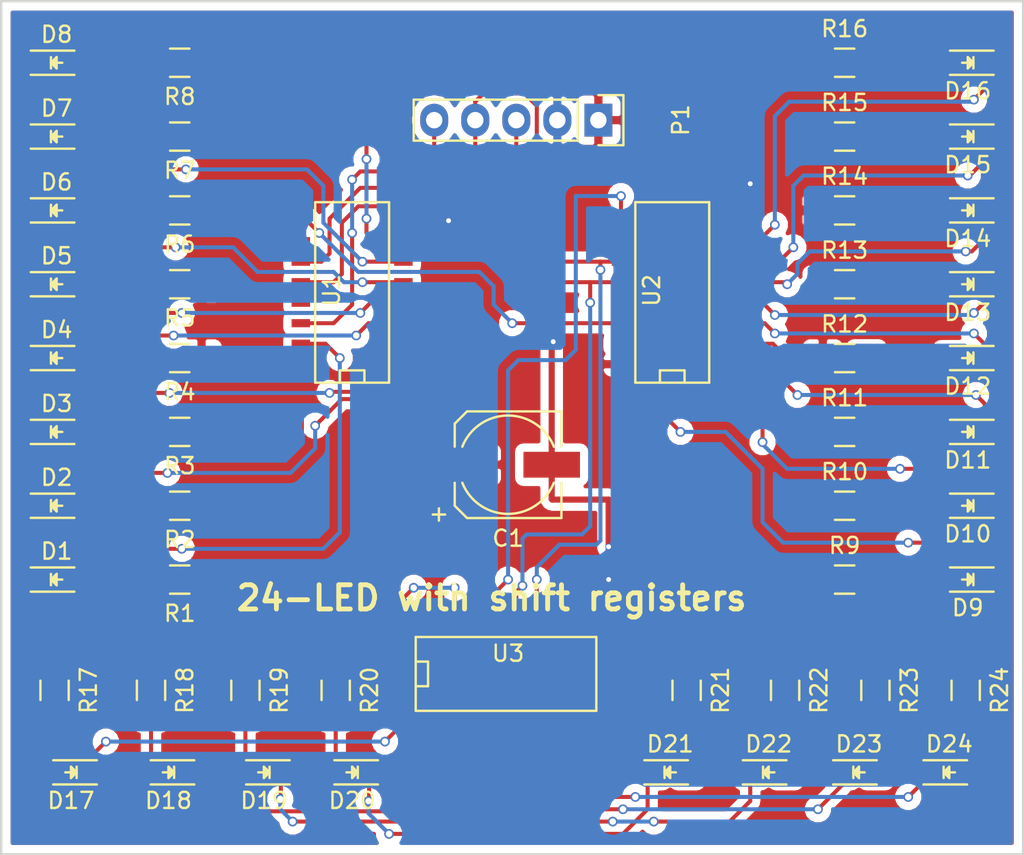
<source format=kicad_pcb>
(kicad_pcb (version 4) (host pcbnew 4.0.4-stable)
  (title_block (title "16-LED Board with shift registers") (date 2016-12-21) (rev 1.0) (company "Kartik Deshpande"))
  (layers (0 F.Cu signal) (31 B.Cu signal) (34 B.Paste user) (35 F.Paste user) (36 B.SilkS user) (37 F.SilkS user) (38 B.Mask user) (39 F.Mask user) (44 Edge.Cuts user))
  (net 0 "")
  (net 1 VCC)
  (net 2 GND)
  (net 3 "Net-(D1-Pad2)")
  (net 4 /led_1_1)
  (net 5 "Net-(D2-Pad2)")
  (net 6 /led_1_2)
  (net 7 "Net-(D3-Pad2)")
  (net 8 /led_1_3)
  (net 9 "Net-(D4-Pad2)")
  (net 10 /led_1_4)
  (net 11 "Net-(D5-Pad2)")
  (net 12 /led_1_5)
  (net 13 "Net-(D6-Pad2)")
  (net 14 /led_1_6)
  (net 15 "Net-(D7-Pad2)")
  (net 16 /led_1_7)
  (net 17 "Net-(D8-Pad2)")
  (net 18 /led_1_8)
  (net 19 "Net-(D9-Pad2)")
  (net 20 /led_2_1)
  (net 21 "Net-(D10-Pad2)")
  (net 22 /led_2_2)
  (net 23 "Net-(D11-Pad2)")
  (net 24 /led_2_3)
  (net 25 "Net-(D12-Pad2)")
  (net 26 /led_2_4)
  (net 27 "Net-(D13-Pad2)")
  (net 28 /led_2_5)
  (net 29 "Net-(D14-Pad2)")
  (net 30 /led_2_6)
  (net 31 "Net-(D15-Pad2)")
  (net 32 /led_2_7)
  (net 33 "Net-(D16-Pad2)")
  (net 34 /led_2_8)
  (net 35 /LATCH)
  (net 36 /CLOCK)
  (net 37 /DATA)
  (net 38 "Net-(U1-Pad13)")
  (net 39 /DATA_S)
  (net 40 "Net-(U2-Pad13)")
  (net 41 "Net-(D17-Pad2)")
  (net 42 "/LED Bank 3/led_3_1")
  (net 43 "Net-(D18-Pad2)")
  (net 44 "/LED Bank 3/led_3_2")
  (net 45 "Net-(D19-Pad2)")
  (net 46 "/LED Bank 3/led_3_3")
  (net 47 "Net-(D20-Pad2)")
  (net 48 "/LED Bank 3/led_3_4")
  (net 49 "Net-(D21-Pad2)")
  (net 50 "/LED Bank 3/led_3_5")
  (net 51 "Net-(D22-Pad2)")
  (net 52 "/LED Bank 3/led_3_6")
  (net 53 "Net-(D23-Pad2)")
  (net 54 "/LED Bank 3/led_3_7")
  (net 55 "Net-(D24-Pad2)")
  (net 56 "/LED Bank 3/led_3_8")
  (net 57 "/LED Bank 3/DATA_H")
  (net 58 "Net-(U3-Pad13)")
  (net 59 "Net-(U3-Pad9)")
  (module Capacitors_SMD:c_elec_6.3x5.3 (layer F.Cu) (at 125.476 117.348)
    (fp_text reference C1 (at 0 4.5593) (layer F.SilkS))
    (fp_text value 200uF)
    (fp_text user + (at -4.2799 3.0099) (layer F.SilkS))
    (pad 1 smd rect (at -2.7 0 180) (size 3.5 1.6) (layers F.Cu F.Paste F.Mask) (net 1 VCC))
    (pad 2 smd rect (at 2.7 0 180) (size 3.5 1.6) (layers F.Cu F.Paste F.Mask) (net 2 GND))
  )
  (module LEDs:LED_0805 (layer F.Cu) (at 97.536 124.46)
    (fp_text reference D1 (at 0 -1.75) (layer F.SilkS))
    (fp_text value LED)
    (pad 2 smd rect (at 1.04902 0 180) (size 1.19888 1.19888) (layers F.Cu F.Paste F.Mask) (net 3 "Net-(D1-Pad2)"))
    (pad 1 smd rect (at -1.04902 0 180) (size 1.19888 1.19888) (layers F.Cu F.Paste F.Mask) (net 4 /led_1_1))
  )
  (module LEDs:LED_0805 (layer F.Cu) (at 97.536 119.888)
    (fp_text reference D2 (at 0 -1.75) (layer F.SilkS))
    (fp_text value LED)
    (pad 2 smd rect (at 1.04902 0 180) (size 1.19888 1.19888) (layers F.Cu F.Paste F.Mask) (net 5 "Net-(D2-Pad2)"))
    (pad 1 smd rect (at -1.04902 0 180) (size 1.19888 1.19888) (layers F.Cu F.Paste F.Mask) (net 6 /led_1_2))
  )
  (module LEDs:LED_0805 (layer F.Cu) (at 97.536 115.316)
    (fp_text reference D3 (at 0 -1.75) (layer F.SilkS))
    (fp_text value LED)
    (pad 2 smd rect (at 1.04902 0 180) (size 1.19888 1.19888) (layers F.Cu F.Paste F.Mask) (net 7 "Net-(D3-Pad2)"))
    (pad 1 smd rect (at -1.04902 0 180) (size 1.19888 1.19888) (layers F.Cu F.Paste F.Mask) (net 8 /led_1_3))
  )
  (module LEDs:LED_0805 (layer F.Cu) (at 97.536 110.744)
    (fp_text reference D4 (at 0 -1.75) (layer F.SilkS))
    (fp_text value LED)
    (pad 2 smd rect (at 1.04902 0 180) (size 1.19888 1.19888) (layers F.Cu F.Paste F.Mask) (net 9 "Net-(D4-Pad2)"))
    (pad 1 smd rect (at -1.04902 0 180) (size 1.19888 1.19888) (layers F.Cu F.Paste F.Mask) (net 10 /led_1_4))
  )
  (module LEDs:LED_0805 (layer F.Cu) (at 97.536 106.172)
    (fp_text reference D5 (at 0 -1.75) (layer F.SilkS))
    (fp_text value LED)
    (pad 2 smd rect (at 1.04902 0 180) (size 1.19888 1.19888) (layers F.Cu F.Paste F.Mask) (net 11 "Net-(D5-Pad2)"))
    (pad 1 smd rect (at -1.04902 0 180) (size 1.19888 1.19888) (layers F.Cu F.Paste F.Mask) (net 12 /led_1_5))
  )
  (module LEDs:LED_0805 (layer F.Cu) (at 97.536 101.6)
    (fp_text reference D6 (at 0 -1.75) (layer F.SilkS))
    (fp_text value LED)
    (pad 2 smd rect (at 1.04902 0 180) (size 1.19888 1.19888) (layers F.Cu F.Paste F.Mask) (net 13 "Net-(D6-Pad2)"))
    (pad 1 smd rect (at -1.04902 0 180) (size 1.19888 1.19888) (layers F.Cu F.Paste F.Mask) (net 14 /led_1_6))
  )
  (module LEDs:LED_0805 (layer F.Cu) (at 97.536 97.028)
    (fp_text reference D7 (at 0 -1.75) (layer F.SilkS))
    (fp_text value LED)
    (pad 2 smd rect (at 1.04902 0 180) (size 1.19888 1.19888) (layers F.Cu F.Paste F.Mask) (net 15 "Net-(D7-Pad2)"))
    (pad 1 smd rect (at -1.04902 0 180) (size 1.19888 1.19888) (layers F.Cu F.Paste F.Mask) (net 16 /led_1_7))
  )
  (module LEDs:LED_0805 (layer F.Cu) (at 97.536 92.456)
    (fp_text reference D8 (at 0 -1.75) (layer F.SilkS))
    (fp_text value LED)
    (pad 2 smd rect (at 1.04902 0 180) (size 1.19888 1.19888) (layers F.Cu F.Paste F.Mask) (net 17 "Net-(D8-Pad2)"))
    (pad 1 smd rect (at -1.04902 0 180) (size 1.19888 1.19888) (layers F.Cu F.Paste F.Mask) (net 18 /led_1_8))
  )
  (module LEDs:LED_0805 (layer F.Cu) (at 153.924 124.46 180)
    (fp_text reference D9 (at 0 -1.75 180) (layer F.SilkS))
    (fp_text value LED)
    (pad 2 smd rect (at 1.04902 0) (size 1.19888 1.19888) (layers F.Cu F.Paste F.Mask) (net 19 "Net-(D9-Pad2)"))
    (pad 1 smd rect (at -1.04902 0) (size 1.19888 1.19888) (layers F.Cu F.Paste F.Mask) (net 20 /led_2_1))
  )
  (module LEDs:LED_0805 (layer F.Cu) (at 153.924 119.888 180)
    (fp_text reference D10 (at 0 -1.75 180) (layer F.SilkS))
    (fp_text value LED)
    (pad 2 smd rect (at 1.04902 0) (size 1.19888 1.19888) (layers F.Cu F.Paste F.Mask) (net 21 "Net-(D10-Pad2)"))
    (pad 1 smd rect (at -1.04902 0) (size 1.19888 1.19888) (layers F.Cu F.Paste F.Mask) (net 22 /led_2_2))
  )
  (module LEDs:LED_0805 (layer F.Cu) (at 153.924 115.316 180)
    (fp_text reference D11 (at 0 -1.75 180) (layer F.SilkS))
    (fp_text value LED)
    (pad 2 smd rect (at 1.04902 0) (size 1.19888 1.19888) (layers F.Cu F.Paste F.Mask) (net 23 "Net-(D11-Pad2)"))
    (pad 1 smd rect (at -1.04902 0) (size 1.19888 1.19888) (layers F.Cu F.Paste F.Mask) (net 24 /led_2_3))
  )
  (module LEDs:LED_0805 (layer F.Cu) (at 153.924 110.744 180)
    (fp_text reference D12 (at 0 -1.75 180) (layer F.SilkS))
    (fp_text value LED)
    (pad 2 smd rect (at 1.04902 0) (size 1.19888 1.19888) (layers F.Cu F.Paste F.Mask) (net 25 "Net-(D12-Pad2)"))
    (pad 1 smd rect (at -1.04902 0) (size 1.19888 1.19888) (layers F.Cu F.Paste F.Mask) (net 26 /led_2_4))
  )
  (module LEDs:LED_0805 (layer F.Cu) (at 153.924 106.172 180)
    (fp_text reference D13 (at 0 -1.75 180) (layer F.SilkS))
    (fp_text value LED)
    (pad 2 smd rect (at 1.04902 0) (size 1.19888 1.19888) (layers F.Cu F.Paste F.Mask) (net 27 "Net-(D13-Pad2)"))
    (pad 1 smd rect (at -1.04902 0) (size 1.19888 1.19888) (layers F.Cu F.Paste F.Mask) (net 28 /led_2_5))
  )
  (module LEDs:LED_0805 (layer F.Cu) (at 153.924 101.6 180)
    (fp_text reference D14 (at 0 -1.75 180) (layer F.SilkS))
    (fp_text value LED)
    (pad 2 smd rect (at 1.04902 0) (size 1.19888 1.19888) (layers F.Cu F.Paste F.Mask) (net 29 "Net-(D14-Pad2)"))
    (pad 1 smd rect (at -1.04902 0) (size 1.19888 1.19888) (layers F.Cu F.Paste F.Mask) (net 30 /led_2_6))
  )
  (module LEDs:LED_0805 (layer F.Cu) (at 153.924 97.028 180)
    (fp_text reference D15 (at 0 -1.75 180) (layer F.SilkS))
    (fp_text value LED)
    (pad 2 smd rect (at 1.04902 0) (size 1.19888 1.19888) (layers F.Cu F.Paste F.Mask) (net 31 "Net-(D15-Pad2)"))
    (pad 1 smd rect (at -1.04902 0) (size 1.19888 1.19888) (layers F.Cu F.Paste F.Mask) (net 32 /led_2_7))
  )
  (module LEDs:LED_0805 (layer F.Cu) (at 153.924 92.456 180)
    (fp_text reference D16 (at 0 -1.75 180) (layer F.SilkS))
    (fp_text value LED)
    (pad 2 smd rect (at 1.04902 0) (size 1.19888 1.19888) (layers F.Cu F.Paste F.Mask) (net 33 "Net-(D16-Pad2)"))
    (pad 1 smd rect (at -1.04902 0) (size 1.19888 1.19888) (layers F.Cu F.Paste F.Mask) (net 34 /led_2_8))
  )
  (module Pin_Headers:Pin_Header_Straight_1x05 (layer F.Cu) (at 131.064 96.012 270)
    (fp_text reference P1 (at 0 -5.1 270) (layer F.SilkS))
    (fp_text value CONN_01X05)
    (pad 1 thru_hole rect (at 0 0 270) (size 2.032 1.7272) (drill 1.016) (layers *.Cu *.Mask) (net 1 VCC))
    (pad 2 thru_hole oval (at 0 2.54 270) (size 2.032 1.7272) (drill 1.016) (layers *.Cu *.Mask) (net 2 GND))
    (pad 3 thru_hole oval (at 0 5.08 270) (size 2.032 1.7272) (drill 1.016) (layers *.Cu *.Mask) (net 35 /LATCH))
    (pad 4 thru_hole oval (at 0 7.62 270) (size 2.032 1.7272) (drill 1.016) (layers *.Cu *.Mask) (net 36 /CLOCK))
    (pad 5 thru_hole oval (at 0 10.16 270) (size 2.032 1.7272) (drill 1.016) (layers *.Cu *.Mask) (net 37 /DATA))
  )
  (module Resistors_SMD:R_0805_HandSoldering (layer F.Cu) (at 105.156 124.46 180)
    (fp_text reference R1 (at 0 -2.1 180) (layer F.SilkS))
    (fp_text value 220Ohm)
    (pad 1 smd rect (at -1.35 0 180) (size 1.5 1.3) (layers F.Cu F.Paste F.Mask) (net 1 VCC))
    (pad 2 smd rect (at 1.35 0 180) (size 1.5 1.3) (layers F.Cu F.Paste F.Mask) (net 3 "Net-(D1-Pad2)"))
  )
  (module Resistors_SMD:R_0805_HandSoldering (layer F.Cu) (at 105.156 119.888 180)
    (fp_text reference R2 (at 0 -2.1 180) (layer F.SilkS))
    (fp_text value 220Ohm)
    (pad 1 smd rect (at -1.35 0 180) (size 1.5 1.3) (layers F.Cu F.Paste F.Mask) (net 1 VCC))
    (pad 2 smd rect (at 1.35 0 180) (size 1.5 1.3) (layers F.Cu F.Paste F.Mask) (net 5 "Net-(D2-Pad2)"))
  )
  (module Resistors_SMD:R_0805_HandSoldering (layer F.Cu) (at 105.156 115.316 180)
    (fp_text reference R3 (at 0 -2.1 180) (layer F.SilkS))
    (fp_text value 220Ohm)
    (pad 1 smd rect (at -1.35 0 180) (size 1.5 1.3) (layers F.Cu F.Paste F.Mask) (net 1 VCC))
    (pad 2 smd rect (at 1.35 0 180) (size 1.5 1.3) (layers F.Cu F.Paste F.Mask) (net 7 "Net-(D3-Pad2)"))
  )
  (module Resistors_SMD:R_0805_HandSoldering (layer F.Cu) (at 105.156 110.744 180)
    (fp_text reference R4 (at 0 -2.1 180) (layer F.SilkS))
    (fp_text value 220Ohm)
    (pad 1 smd rect (at -1.35 0 180) (size 1.5 1.3) (layers F.Cu F.Paste F.Mask) (net 1 VCC))
    (pad 2 smd rect (at 1.35 0 180) (size 1.5 1.3) (layers F.Cu F.Paste F.Mask) (net 9 "Net-(D4-Pad2)"))
  )
  (module Resistors_SMD:R_0805_HandSoldering (layer F.Cu) (at 105.156 106.172 180)
    (fp_text reference R5 (at 0 -2.1 180) (layer F.SilkS))
    (fp_text value 220Ohm)
    (pad 1 smd rect (at -1.35 0 180) (size 1.5 1.3) (layers F.Cu F.Paste F.Mask) (net 1 VCC))
    (pad 2 smd rect (at 1.35 0 180) (size 1.5 1.3) (layers F.Cu F.Paste F.Mask) (net 11 "Net-(D5-Pad2)"))
  )
  (module Resistors_SMD:R_0805_HandSoldering (layer F.Cu) (at 105.156 101.6 180)
    (fp_text reference R6 (at 0 -2.1 180) (layer F.SilkS))
    (fp_text value 220Ohm)
    (pad 1 smd rect (at -1.35 0 180) (size 1.5 1.3) (layers F.Cu F.Paste F.Mask) (net 1 VCC))
    (pad 2 smd rect (at 1.35 0 180) (size 1.5 1.3) (layers F.Cu F.Paste F.Mask) (net 13 "Net-(D6-Pad2)"))
  )
  (module Resistors_SMD:R_0805_HandSoldering (layer F.Cu) (at 105.156 97.028 180)
    (fp_text reference R7 (at 0 -2.1 180) (layer F.SilkS))
    (fp_text value 220Ohm)
    (pad 1 smd rect (at -1.35 0 180) (size 1.5 1.3) (layers F.Cu F.Paste F.Mask) (net 1 VCC))
    (pad 2 smd rect (at 1.35 0 180) (size 1.5 1.3) (layers F.Cu F.Paste F.Mask) (net 15 "Net-(D7-Pad2)"))
  )
  (module Resistors_SMD:R_0805_HandSoldering (layer F.Cu) (at 105.156 92.456 180)
    (fp_text reference R8 (at 0 -2.1 180) (layer F.SilkS))
    (fp_text value 220Ohm)
    (pad 1 smd rect (at -1.35 0 180) (size 1.5 1.3) (layers F.Cu F.Paste F.Mask) (net 1 VCC))
    (pad 2 smd rect (at 1.35 0 180) (size 1.5 1.3) (layers F.Cu F.Paste F.Mask) (net 17 "Net-(D8-Pad2)"))
  )
  (module Resistors_SMD:R_0805_HandSoldering (layer F.Cu) (at 146.304 124.46)
    (fp_text reference R9 (at 0 -2.1) (layer F.SilkS))
    (fp_text value 220Ohm)
    (pad 1 smd rect (at -1.35 0) (size 1.5 1.3) (layers F.Cu F.Paste F.Mask) (net 1 VCC))
    (pad 2 smd rect (at 1.35 0) (size 1.5 1.3) (layers F.Cu F.Paste F.Mask) (net 19 "Net-(D9-Pad2)"))
  )
  (module Resistors_SMD:R_0805_HandSoldering (layer F.Cu) (at 146.304 119.888)
    (fp_text reference R10 (at 0 -2.1) (layer F.SilkS))
    (fp_text value 220Ohm)
    (pad 1 smd rect (at -1.35 0) (size 1.5 1.3) (layers F.Cu F.Paste F.Mask) (net 1 VCC))
    (pad 2 smd rect (at 1.35 0) (size 1.5 1.3) (layers F.Cu F.Paste F.Mask) (net 21 "Net-(D10-Pad2)"))
  )
  (module Resistors_SMD:R_0805_HandSoldering (layer F.Cu) (at 146.304 115.316)
    (fp_text reference R11 (at 0 -2.1) (layer F.SilkS))
    (fp_text value 220Ohm)
    (pad 1 smd rect (at -1.35 0) (size 1.5 1.3) (layers F.Cu F.Paste F.Mask) (net 1 VCC))
    (pad 2 smd rect (at 1.35 0) (size 1.5 1.3) (layers F.Cu F.Paste F.Mask) (net 23 "Net-(D11-Pad2)"))
  )
  (module Resistors_SMD:R_0805_HandSoldering (layer F.Cu) (at 146.304 110.744)
    (fp_text reference R12 (at 0 -2.1) (layer F.SilkS))
    (fp_text value 220Ohm)
    (pad 1 smd rect (at -1.35 0) (size 1.5 1.3) (layers F.Cu F.Paste F.Mask) (net 1 VCC))
    (pad 2 smd rect (at 1.35 0) (size 1.5 1.3) (layers F.Cu F.Paste F.Mask) (net 25 "Net-(D12-Pad2)"))
  )
  (module Resistors_SMD:R_0805_HandSoldering (layer F.Cu) (at 146.304 106.172)
    (fp_text reference R13 (at 0 -2.1) (layer F.SilkS))
    (fp_text value 220Ohm)
    (pad 1 smd rect (at -1.35 0) (size 1.5 1.3) (layers F.Cu F.Paste F.Mask) (net 1 VCC))
    (pad 2 smd rect (at 1.35 0) (size 1.5 1.3) (layers F.Cu F.Paste F.Mask) (net 27 "Net-(D13-Pad2)"))
  )
  (module Resistors_SMD:R_0805_HandSoldering (layer F.Cu) (at 146.304 101.6)
    (fp_text reference R14 (at 0 -2.1) (layer F.SilkS))
    (fp_text value 220Ohm)
    (pad 1 smd rect (at -1.35 0) (size 1.5 1.3) (layers F.Cu F.Paste F.Mask) (net 1 VCC))
    (pad 2 smd rect (at 1.35 0) (size 1.5 1.3) (layers F.Cu F.Paste F.Mask) (net 29 "Net-(D14-Pad2)"))
  )
  (module Resistors_SMD:R_0805_HandSoldering (layer F.Cu) (at 146.304 97.028)
    (fp_text reference R15 (at 0 -2.1) (layer F.SilkS))
    (fp_text value 220Ohm)
    (pad 1 smd rect (at -1.35 0) (size 1.5 1.3) (layers F.Cu F.Paste F.Mask) (net 1 VCC))
    (pad 2 smd rect (at 1.35 0) (size 1.5 1.3) (layers F.Cu F.Paste F.Mask) (net 31 "Net-(D15-Pad2)"))
  )
  (module Resistors_SMD:R_0805_HandSoldering (layer F.Cu) (at 146.304 92.456)
    (fp_text reference R16 (at 0 -2.1) (layer F.SilkS))
    (fp_text value 220Ohm)
    (pad 1 smd rect (at -1.35 0) (size 1.5 1.3) (layers F.Cu F.Paste F.Mask) (net 1 VCC))
    (pad 2 smd rect (at 1.35 0) (size 1.5 1.3) (layers F.Cu F.Paste F.Mask) (net 33 "Net-(D16-Pad2)"))
  )
  (module SMD_Packages:SO-16-N (layer F.Cu) (at 115.824 106.68 90)
    (fp_text reference U1 (at 0.127 -1.27 90) (layer F.SilkS))
    (fp_text value 74HC595)
    (pad 16 smd rect (at -4.445 -3.175 90) (size 0.508 1.143) (layers F.Cu F.Paste F.Mask) (net 1 VCC))
    (pad 14 smd rect (at -1.905 -3.175 90) (size 0.508 1.143) (layers F.Cu F.Paste F.Mask) (net 37 /DATA))
    (pad 13 smd rect (at -0.635 -3.175 90) (size 0.508 1.143) (layers F.Cu F.Paste F.Mask) (net 38 "Net-(U1-Pad13)"))
    (pad 12 smd rect (at 0.635 -3.175 90) (size 0.508 1.143) (layers F.Cu F.Paste F.Mask) (net 35 /LATCH))
    (pad 11 smd rect (at 1.905 -3.175 90) (size 0.508 1.143) (layers F.Cu F.Paste F.Mask) (net 36 /CLOCK))
    (pad 10 smd rect (at 3.175 -3.175 90) (size 0.508 1.143) (layers F.Cu F.Paste F.Mask) (net 1 VCC))
    (pad 9 smd rect (at 4.445 -3.175 90) (size 0.508 1.143) (layers F.Cu F.Paste F.Mask) (net 39 /DATA_S))
    (pad 8 smd rect (at 4.445 3.175 90) (size 0.508 1.143) (layers F.Cu F.Paste F.Mask) (net 2 GND))
    (pad 7 smd rect (at 3.175 3.175 90) (size 0.508 1.143) (layers F.Cu F.Paste F.Mask) (net 18 /led_1_8))
    (pad 6 smd rect (at 1.905 3.175 90) (size 0.508 1.143) (layers F.Cu F.Paste F.Mask) (net 16 /led_1_7))
    (pad 5 smd rect (at 0.635 3.175 90) (size 0.508 1.143) (layers F.Cu F.Paste F.Mask) (net 14 /led_1_6))
    (pad 4 smd rect (at -0.635 3.175 90) (size 0.508 1.143) (layers F.Cu F.Paste F.Mask) (net 12 /led_1_5))
    (pad 3 smd rect (at -1.905 3.175 90) (size 0.508 1.143) (layers F.Cu F.Paste F.Mask) (net 10 /led_1_4))
    (pad 2 smd rect (at -3.175 3.175 90) (size 0.508 1.143) (layers F.Cu F.Paste F.Mask) (net 8 /led_1_3))
    (pad 1 smd rect (at -4.445 3.175 90) (size 0.508 1.143) (layers F.Cu F.Paste F.Mask) (net 6 /led_1_2))
    (pad 15 smd rect (at -3.175 -3.175 90) (size 0.508 1.143) (layers F.Cu F.Paste F.Mask) (net 4 /led_1_1))
  )
  (module SMD_Packages:SO-16-N (layer F.Cu) (at 135.636 106.68 90)
    (fp_text reference U2 (at 0.127 -1.27 90) (layer F.SilkS))
    (fp_text value 74HC595)
    (pad 16 smd rect (at -4.445 -3.175 90) (size 0.508 1.143) (layers F.Cu F.Paste F.Mask) (net 1 VCC))
    (pad 14 smd rect (at -1.905 -3.175 90) (size 0.508 1.143) (layers F.Cu F.Paste F.Mask) (net 39 /DATA_S))
    (pad 13 smd rect (at -0.635 -3.175 90) (size 0.508 1.143) (layers F.Cu F.Paste F.Mask) (net 40 "Net-(U2-Pad13)"))
    (pad 12 smd rect (at 0.635 -3.175 90) (size 0.508 1.143) (layers F.Cu F.Paste F.Mask) (net 35 /LATCH))
    (pad 11 smd rect (at 1.905 -3.175 90) (size 0.508 1.143) (layers F.Cu F.Paste F.Mask) (net 36 /CLOCK))
    (pad 10 smd rect (at 3.175 -3.175 90) (size 0.508 1.143) (layers F.Cu F.Paste F.Mask) (net 1 VCC))
    (pad 9 smd rect (at 4.445 -3.175 90) (size 0.508 1.143) (layers F.Cu F.Paste F.Mask) (net 57 "/LED Bank 3/DATA_H"))
    (pad 8 smd rect (at 4.445 3.175 90) (size 0.508 1.143) (layers F.Cu F.Paste F.Mask) (net 2 GND))
    (pad 7 smd rect (at 3.175 3.175 90) (size 0.508 1.143) (layers F.Cu F.Paste F.Mask) (net 34 /led_2_8))
    (pad 6 smd rect (at 1.905 3.175 90) (size 0.508 1.143) (layers F.Cu F.Paste F.Mask) (net 32 /led_2_7))
    (pad 5 smd rect (at 0.635 3.175 90) (size 0.508 1.143) (layers F.Cu F.Paste F.Mask) (net 30 /led_2_6))
    (pad 4 smd rect (at -0.635 3.175 90) (size 0.508 1.143) (layers F.Cu F.Paste F.Mask) (net 28 /led_2_5))
    (pad 3 smd rect (at -1.905 3.175 90) (size 0.508 1.143) (layers F.Cu F.Paste F.Mask) (net 26 /led_2_4))
    (pad 2 smd rect (at -3.175 3.175 90) (size 0.508 1.143) (layers F.Cu F.Paste F.Mask) (net 24 /led_2_3))
    (pad 1 smd rect (at -4.445 3.175 90) (size 0.508 1.143) (layers F.Cu F.Paste F.Mask) (net 22 /led_2_2))
    (pad 15 smd rect (at -3.175 -3.175 90) (size 0.508 1.143) (layers F.Cu F.Paste F.Mask) (net 20 /led_2_1))
  )
  (module LEDs:LED_0805 (layer F.Cu) (at 98.425 136.398 180)
    (fp_text reference D17 (at 0 -1.75 180) (layer F.SilkS))
    (fp_text value LED)
    (pad 2 smd rect (at 1.04902 0) (size 1.19888 1.19888) (layers F.Cu F.Paste F.Mask) (net 41 "Net-(D17-Pad2)"))
    (pad 1 smd rect (at -1.04902 0) (size 1.19888 1.19888) (layers F.Cu F.Paste F.Mask) (net 42 "/LED Bank 3/led_3_1"))
  )
  (module LEDs:LED_0805 (layer F.Cu) (at 104.4575 136.398 180)
    (fp_text reference D18 (at 0 -1.75 180) (layer F.SilkS))
    (fp_text value LED)
    (pad 2 smd rect (at 1.04902 0) (size 1.19888 1.19888) (layers F.Cu F.Paste F.Mask) (net 43 "Net-(D18-Pad2)"))
    (pad 1 smd rect (at -1.04902 0) (size 1.19888 1.19888) (layers F.Cu F.Paste F.Mask) (net 44 "/LED Bank 3/led_3_2"))
  )
  (module LEDs:LED_0805 (layer F.Cu) (at 110.363 136.398 180)
    (fp_text reference D19 (at 0 -1.75 180) (layer F.SilkS))
    (fp_text value LED)
    (pad 2 smd rect (at 1.04902 0) (size 1.19888 1.19888) (layers F.Cu F.Paste F.Mask) (net 45 "Net-(D19-Pad2)"))
    (pad 1 smd rect (at -1.04902 0) (size 1.19888 1.19888) (layers F.Cu F.Paste F.Mask) (net 46 "/LED Bank 3/led_3_3"))
  )
  (module LEDs:LED_0805 (layer F.Cu) (at 115.824 136.398 180)
    (fp_text reference D20 (at 0 -1.75 180) (layer F.SilkS))
    (fp_text value LED)
    (pad 2 smd rect (at 1.04902 0) (size 1.19888 1.19888) (layers F.Cu F.Paste F.Mask) (net 47 "Net-(D20-Pad2)"))
    (pad 1 smd rect (at -1.04902 0) (size 1.19888 1.19888) (layers F.Cu F.Paste F.Mask) (net 48 "/LED Bank 3/led_3_4"))
  )
  (module LEDs:LED_0805 (layer F.Cu) (at 135.509 136.398)
    (fp_text reference D21 (at 0 -1.75) (layer F.SilkS))
    (fp_text value LED)
    (pad 2 smd rect (at 1.04902 0 180) (size 1.19888 1.19888) (layers F.Cu F.Paste F.Mask) (net 49 "Net-(D21-Pad2)"))
    (pad 1 smd rect (at -1.04902 0 180) (size 1.19888 1.19888) (layers F.Cu F.Paste F.Mask) (net 50 "/LED Bank 3/led_3_5"))
  )
  (module LEDs:LED_0805 (layer F.Cu) (at 141.605 136.398)
    (fp_text reference D22 (at 0 -1.75) (layer F.SilkS))
    (fp_text value LED)
    (pad 2 smd rect (at 1.04902 0 180) (size 1.19888 1.19888) (layers F.Cu F.Paste F.Mask) (net 51 "Net-(D22-Pad2)"))
    (pad 1 smd rect (at -1.04902 0 180) (size 1.19888 1.19888) (layers F.Cu F.Paste F.Mask) (net 52 "/LED Bank 3/led_3_6"))
  )
  (module LEDs:LED_0805 (layer F.Cu) (at 147.193 136.398)
    (fp_text reference D23 (at 0 -1.75) (layer F.SilkS))
    (fp_text value LED)
    (pad 2 smd rect (at 1.04902 0 180) (size 1.19888 1.19888) (layers F.Cu F.Paste F.Mask) (net 53 "Net-(D23-Pad2)"))
    (pad 1 smd rect (at -1.04902 0 180) (size 1.19888 1.19888) (layers F.Cu F.Paste F.Mask) (net 54 "/LED Bank 3/led_3_7"))
  )
  (module LEDs:LED_0805 (layer F.Cu) (at 152.781 136.398)
    (fp_text reference D24 (at 0 -1.75) (layer F.SilkS))
    (fp_text value LED)
    (pad 2 smd rect (at 1.04902 0 180) (size 1.19888 1.19888) (layers F.Cu F.Paste F.Mask) (net 55 "Net-(D24-Pad2)"))
    (pad 1 smd rect (at -1.04902 0 180) (size 1.19888 1.19888) (layers F.Cu F.Paste F.Mask) (net 56 "/LED Bank 3/led_3_8"))
  )
  (module Resistors_SMD:R_0805_HandSoldering (layer F.Cu) (at 97.409 131.318 270)
    (fp_text reference R17 (at 0 -2.1 270) (layer F.SilkS))
    (fp_text value 220Ohm)
    (pad 1 smd rect (at -1.35 0 270) (size 1.5 1.3) (layers F.Cu F.Paste F.Mask) (net 1 VCC))
    (pad 2 smd rect (at 1.35 0 270) (size 1.5 1.3) (layers F.Cu F.Paste F.Mask) (net 41 "Net-(D17-Pad2)"))
  )
  (module Resistors_SMD:R_0805_HandSoldering (layer F.Cu) (at 103.378 131.318 270)
    (fp_text reference R18 (at 0 -2.1 270) (layer F.SilkS))
    (fp_text value 220Ohm)
    (pad 1 smd rect (at -1.35 0 270) (size 1.5 1.3) (layers F.Cu F.Paste F.Mask) (net 1 VCC))
    (pad 2 smd rect (at 1.35 0 270) (size 1.5 1.3) (layers F.Cu F.Paste F.Mask) (net 43 "Net-(D18-Pad2)"))
  )
  (module Resistors_SMD:R_0805_HandSoldering (layer F.Cu) (at 109.22 131.318 270)
    (fp_text reference R19 (at 0 -2.1 270) (layer F.SilkS))
    (fp_text value 220Ohm)
    (pad 1 smd rect (at -1.35 0 270) (size 1.5 1.3) (layers F.Cu F.Paste F.Mask) (net 1 VCC))
    (pad 2 smd rect (at 1.35 0 270) (size 1.5 1.3) (layers F.Cu F.Paste F.Mask) (net 45 "Net-(D19-Pad2)"))
  )
  (module Resistors_SMD:R_0805_HandSoldering (layer F.Cu) (at 114.808 131.318 270)
    (fp_text reference R20 (at 0 -2.1 270) (layer F.SilkS))
    (fp_text value 220Ohm)
    (pad 1 smd rect (at -1.35 0 270) (size 1.5 1.3) (layers F.Cu F.Paste F.Mask) (net 1 VCC))
    (pad 2 smd rect (at 1.35 0 270) (size 1.5 1.3) (layers F.Cu F.Paste F.Mask) (net 47 "Net-(D20-Pad2)"))
  )
  (module Resistors_SMD:R_0805_HandSoldering (layer F.Cu) (at 136.525 131.318 270)
    (fp_text reference R21 (at 0 -2.1 270) (layer F.SilkS))
    (fp_text value 220Ohm)
    (pad 1 smd rect (at -1.35 0 270) (size 1.5 1.3) (layers F.Cu F.Paste F.Mask) (net 1 VCC))
    (pad 2 smd rect (at 1.35 0 270) (size 1.5 1.3) (layers F.Cu F.Paste F.Mask) (net 49 "Net-(D21-Pad2)"))
  )
  (module Resistors_SMD:R_0805_HandSoldering (layer F.Cu) (at 142.621 131.318 270)
    (fp_text reference R22 (at 0 -2.1 270) (layer F.SilkS))
    (fp_text value 220Ohm)
    (pad 1 smd rect (at -1.35 0 270) (size 1.5 1.3) (layers F.Cu F.Paste F.Mask) (net 1 VCC))
    (pad 2 smd rect (at 1.35 0 270) (size 1.5 1.3) (layers F.Cu F.Paste F.Mask) (net 51 "Net-(D22-Pad2)"))
  )
  (module Resistors_SMD:R_0805_HandSoldering (layer F.Cu) (at 148.209 131.318 270)
    (fp_text reference R23 (at 0 -2.1 270) (layer F.SilkS))
    (fp_text value 220Ohm)
    (pad 1 smd rect (at -1.35 0 270) (size 1.5 1.3) (layers F.Cu F.Paste F.Mask) (net 1 VCC))
    (pad 2 smd rect (at 1.35 0 270) (size 1.5 1.3) (layers F.Cu F.Paste F.Mask) (net 53 "Net-(D23-Pad2)"))
  )
  (module Resistors_SMD:R_0805_HandSoldering (layer F.Cu) (at 153.797 131.318 270)
    (fp_text reference R24 (at 0 -2.1 270) (layer F.SilkS))
    (fp_text value 220Ohm)
    (pad 1 smd rect (at -1.35 0 270) (size 1.5 1.3) (layers F.Cu F.Paste F.Mask) (net 1 VCC))
    (pad 2 smd rect (at 1.35 0 270) (size 1.5 1.3) (layers F.Cu F.Paste F.Mask) (net 55 "Net-(D24-Pad2)"))
  )
  (module SMD_Packages:SO-16-N (layer F.Cu) (at 125.349 130.302)
    (fp_text reference U3 (at 0.127 -1.27) (layer F.SilkS))
    (fp_text value 74HC595)
    (pad 16 smd rect (at -4.445 -3.175) (size 0.508 1.143) (layers F.Cu F.Paste F.Mask) (net 1 VCC))
    (pad 14 smd rect (at -1.905 -3.175) (size 0.508 1.143) (layers F.Cu F.Paste F.Mask) (net 57 "/LED Bank 3/DATA_H"))
    (pad 13 smd rect (at -0.635 -3.175) (size 0.508 1.143) (layers F.Cu F.Paste F.Mask) (net 58 "Net-(U3-Pad13)"))
    (pad 12 smd rect (at 0.635 -3.175) (size 0.508 1.143) (layers F.Cu F.Paste F.Mask) (net 35 /LATCH))
    (pad 11 smd rect (at 1.905 -3.175) (size 0.508 1.143) (layers F.Cu F.Paste F.Mask) (net 36 /CLOCK))
    (pad 10 smd rect (at 3.175 -3.175) (size 0.508 1.143) (layers F.Cu F.Paste F.Mask) (net 1 VCC))
    (pad 9 smd rect (at 4.445 -3.175) (size 0.508 1.143) (layers F.Cu F.Paste F.Mask) (net 59 "Net-(U3-Pad9)"))
    (pad 8 smd rect (at 4.445 3.175) (size 0.508 1.143) (layers F.Cu F.Paste F.Mask) (net 2 GND))
    (pad 7 smd rect (at 3.175 3.175) (size 0.508 1.143) (layers F.Cu F.Paste F.Mask) (net 56 "/LED Bank 3/led_3_8"))
    (pad 6 smd rect (at 1.905 3.175) (size 0.508 1.143) (layers F.Cu F.Paste F.Mask) (net 54 "/LED Bank 3/led_3_7"))
    (pad 5 smd rect (at 0.635 3.175) (size 0.508 1.143) (layers F.Cu F.Paste F.Mask) (net 52 "/LED Bank 3/led_3_6"))
    (pad 4 smd rect (at -0.635 3.175) (size 0.508 1.143) (layers F.Cu F.Paste F.Mask) (net 50 "/LED Bank 3/led_3_5"))
    (pad 3 smd rect (at -1.905 3.175) (size 0.508 1.143) (layers F.Cu F.Paste F.Mask) (net 48 "/LED Bank 3/led_3_4"))
    (pad 2 smd rect (at -3.175 3.175) (size 0.508 1.143) (layers F.Cu F.Paste F.Mask) (net 46 "/LED Bank 3/led_3_3"))
    (pad 1 smd rect (at -4.445 3.175) (size 0.508 1.143) (layers F.Cu F.Paste F.Mask) (net 44 "/LED Bank 3/led_3_2"))
    (pad 15 smd rect (at -3.175 -3.175) (size 0.508 1.143) (layers F.Cu F.Paste F.Mask) (net 42 "/LED Bank 3/led_3_1"))
  )
  (gr_line (start 94.107 141.478) (end 157.353 141.478) (angle 90) (layer Edge.Cuts) (width 0.15))
  (gr_line (start 157.353 88.646) (end 157.353 141.478) (angle 90) (layer Edge.Cuts) (width 0.15))
  (gr_line (start 94.107 88.646) (end 94.107 141.478) (angle 90) (layer Edge.Cuts) (width 0.15))
  (gr_line (start 157.353 88.646) (end 94.107 88.646) (angle 90) (layer Edge.Cuts) (width 0.15))
  (gr_text "24-LED with shift registers" (at 124.46 125.603) (layer F.SilkS) (effects (font (size 1.5 1.5) (thickness 0.3))))
  (segment (start 144.954 124.46) (end 144.653 124.46) (width 0.38) (layer F.Cu) (net 1))
  (segment (start 144.653 124.46) (end 142.621 126.492) (width 0.38) (layer F.Cu) (net 1))
  (segment (start 142.621 126.492) (end 142.621 129.968) (width 0.38) (layer F.Cu) (net 1))
  (segment (start 128.524 127.127) (end 128.524 123.19) (width 0.38) (layer F.Cu) (net 1))
  (segment (start 148.209 129.968) (end 153.797 129.968) (width 0.38) (layer F.Cu) (net 1))
  (segment (start 142.621 129.968) (end 148.209 129.968) (width 0.38) (layer F.Cu) (net 1))
  (segment (start 136.525 129.968) (end 142.621 129.968) (width 0.38) (layer F.Cu) (net 1))
  (segment (start 106.506 124.46) (end 106.506 126.572) (width 0.38) (layer F.Cu) (net 1))
  (segment (start 109.22 128.143) (end 109.22 129.968) (width 0.38) (layer F.Cu) (net 1))
  (segment (start 108.839 127.762) (end 109.22 128.143) (width 0.38) (layer F.Cu) (net 1))
  (segment (start 107.696 127.762) (end 108.839 127.762) (width 0.38) (layer F.Cu) (net 1))
  (segment (start 106.506 126.572) (end 107.696 127.762) (width 0.38) (layer F.Cu) (net 1))
  (segment (start 109.22 129.968) (end 114.808 129.968) (width 0.38) (layer F.Cu) (net 1))
  (segment (start 103.378 129.968) (end 109.22 129.968) (width 0.38) (layer F.Cu) (net 1))
  (segment (start 97.409 129.968) (end 103.378 129.968) (width 0.38) (layer F.Cu) (net 1))
  (segment (start 120.904 127.127) (end 120.904 124.333) (width 0.38) (layer F.Cu) (net 1))
  (segment (start 122.047 123.19) (end 123.952 123.19) (width 0.38) (layer F.Cu) (net 1))
  (segment (start 120.904 124.333) (end 122.047 123.19) (width 0.38) (layer F.Cu) (net 1))
  (segment (start 106.506 110.744) (end 112.268 110.744) (width 0.38) (layer F.Cu) (net 1))
  (segment (start 112.268 110.744) (end 112.649 111.125) (width 0.38) (layer F.Cu) (net 1))
  (segment (start 106.506 119.888) (end 106.506 124.46) (width 0.38) (layer F.Cu) (net 1))
  (segment (start 106.506 115.316) (end 106.506 119.888) (width 0.38) (layer F.Cu) (net 1))
  (segment (start 106.506 110.744) (end 106.506 115.316) (width 0.38) (layer F.Cu) (net 1))
  (segment (start 106.506 106.172) (end 106.506 110.744) (width 0.38) (layer F.Cu) (net 1))
  (segment (start 106.506 101.6) (end 106.506 106.172) (width 0.38) (layer F.Cu) (net 1))
  (segment (start 106.506 101.6) (end 108.331 101.6) (width 0.38) (layer F.Cu) (net 1))
  (segment (start 109.855 103.505) (end 112.649 103.505) (width 0.38) (layer F.Cu) (net 1))
  (segment (start 109.22 102.87) (end 109.855 103.505) (width 0.38) (layer F.Cu) (net 1))
  (segment (start 109.22 102.489) (end 109.22 102.87) (width 0.38) (layer F.Cu) (net 1))
  (segment (start 108.331 101.6) (end 109.22 102.489) (width 0.38) (layer F.Cu) (net 1))
  (segment (start 106.506 97.028) (end 106.506 101.6) (width 0.38) (layer F.Cu) (net 1))
  (segment (start 106.506 92.456) (end 106.506 97.028) (width 0.38) (layer F.Cu) (net 1))
  (segment (start 122.776 117.348) (end 113.792 117.348) (width 0.38) (layer F.Cu) (net 1))
  (segment (start 113.792 117.348) (end 112.649 116.205) (width 0.38) (layer F.Cu) (net 1))
  (segment (start 112.649 116.205) (end 112.649 111.125) (width 0.38) (layer F.Cu) (net 1))
  (segment (start 122.776 117.348) (end 122.776 122.014) (width 0.38) (layer F.Cu) (net 1))
  (segment (start 123.952 123.19) (end 128.524 123.19) (width 0.38) (layer F.Cu) (net 1))
  (segment (start 128.524 123.19) (end 132.461 123.19) (width 0.38) (layer F.Cu) (net 1))
  (segment (start 122.776 122.014) (end 123.952 123.19) (width 0.38) (layer F.Cu) (net 1))
  (segment (start 132.461 111.125) (end 132.461 123.19) (width 0.38) (layer F.Cu) (net 1))
  (segment (start 133.731 124.46) (end 144.954 124.46) (width 0.38) (layer F.Cu) (net 1))
  (segment (start 132.461 123.19) (end 133.731 124.46) (width 0.38) (layer F.Cu) (net 1))
  (segment (start 144.954 119.888) (end 144.954 124.46) (width 0.38) (layer F.Cu) (net 1))
  (segment (start 144.954 115.316) (end 144.954 119.888) (width 0.38) (layer F.Cu) (net 1))
  (segment (start 144.954 110.744) (end 144.954 115.316) (width 0.38) (layer F.Cu) (net 1))
  (segment (start 144.954 106.172) (end 144.954 110.744) (width 0.38) (layer F.Cu) (net 1))
  (segment (start 144.954 101.6) (end 144.954 106.172) (width 0.38) (layer F.Cu) (net 1))
  (segment (start 144.954 97.028) (end 144.954 101.6) (width 0.38) (layer F.Cu) (net 1))
  (segment (start 144.954 92.456) (end 144.954 97.028) (width 0.38) (layer F.Cu) (net 1))
  (segment (start 131.064 96.012) (end 131.064 93.345) (width 0.38) (layer F.Cu) (net 1))
  (segment (start 131.953 92.456) (end 144.954 92.456) (width 0.38) (layer F.Cu) (net 1))
  (segment (start 131.064 93.345) (end 131.953 92.456) (width 0.38) (layer F.Cu) (net 1))
  (segment (start 131.064 96.012) (end 131.064 103.124) (width 0.38) (layer F.Cu) (net 1))
  (segment (start 131.445 103.505) (end 132.461 103.505) (width 0.38) (layer F.Cu) (net 1))
  (segment (start 131.064 103.124) (end 131.445 103.505) (width 0.38) (layer F.Cu) (net 1))
  (segment (start 128.176 117.348) (end 128.176 119.474) (width 0.38) (layer F.Cu) (net 2))
  (segment (start 130.683 133.477) (end 129.794 133.477) (width 0.38) (layer F.Cu) (net 2))
  (segment (start 131.699 132.461) (end 130.683 133.477) (width 0.38) (layer F.Cu) (net 2))
  (segment (start 131.699 124.46) (end 131.699 132.461) (width 0.38) (layer F.Cu) (net 2))
  (via (at 131.699 124.46) (size 0.4) (drill 0.3) (layers F.Cu B.Cu) (net 2))
  (segment (start 131.699 122.428) (end 131.699 124.46) (width 0.38) (layer B.Cu) (net 2))
  (via (at 131.699 122.428) (size 0.4) (drill 0.3) (layers F.Cu B.Cu) (net 2))
  (segment (start 131.699 119.507) (end 131.699 122.428) (width 0.38) (layer F.Cu) (net 2))
  (segment (start 128.209 119.507) (end 131.699 119.507) (width 0.38) (layer F.Cu) (net 2))
  (segment (start 128.176 119.474) (end 128.209 119.507) (width 0.38) (layer F.Cu) (net 2))
  (segment (start 128.176 117.348) (end 128.176 109.822) (width 0.38) (layer F.Cu) (net 2))
  (segment (start 128.2065 109.6645) (end 128.2065 100.0125) (width 0.38) (layer B.Cu) (net 2))
  (segment (start 128.27 109.728) (end 128.2065 109.6645) (width 0.38) (layer B.Cu) (net 2))
  (via (at 128.27 109.728) (size 0.4) (drill 0.3) (layers F.Cu B.Cu) (net 2))
  (segment (start 128.176 109.822) (end 128.27 109.728) (width 0.38) (layer F.Cu) (net 2))
  (segment (start 128.524 96.012) (end 128.524 93.853) (width 0.38) (layer B.Cu) (net 2))
  (segment (start 139.446 102.235) (end 138.811 102.235) (width 0.38) (layer F.Cu) (net 2))
  (segment (start 140.462 101.219) (end 139.446 102.235) (width 0.38) (layer F.Cu) (net 2))
  (segment (start 140.462 99.949) (end 140.462 101.219) (width 0.38) (layer F.Cu) (net 2))
  (via (at 140.462 99.949) (size 0.4) (drill 0.3) (layers F.Cu B.Cu) (net 2))
  (segment (start 140.462 95.123) (end 140.462 99.949) (width 0.38) (layer B.Cu) (net 2))
  (segment (start 138.684 93.345) (end 140.462 95.123) (width 0.38) (layer B.Cu) (net 2))
  (segment (start 129.032 93.345) (end 138.684 93.345) (width 0.38) (layer B.Cu) (net 2))
  (segment (start 128.524 93.853) (end 129.032 93.345) (width 0.38) (layer B.Cu) (net 2))
  (segment (start 128.524 96.012) (end 128.524 99.695) (width 0.38) (layer B.Cu) (net 2))
  (segment (start 121.793 102.235) (end 118.999 102.235) (width 0.38) (layer F.Cu) (net 2))
  (via (at 121.793 102.235) (size 0.4) (drill 0.3) (layers F.Cu B.Cu) (net 2))
  (segment (start 125.984 102.235) (end 121.793 102.235) (width 0.38) (layer B.Cu) (net 2))
  (segment (start 128.524 99.695) (end 128.2065 100.0125) (width 0.38) (layer B.Cu) (net 2))
  (segment (start 128.2065 100.0125) (end 125.984 102.235) (width 0.38) (layer B.Cu) (net 2))
  (segment (start 98.58502 124.46) (end 103.806 124.46) (width 0.25) (layer F.Cu) (net 3))
  (segment (start 96.48698 124.46) (end 96.48698 122.96902) (width 0.25) (layer F.Cu) (net 4))
  (segment (start 114.173 109.855) (end 112.649 109.855) (width 0.25) (layer F.Cu) (net 4))
  (segment (start 115.062 110.744) (end 114.173 109.855) (width 0.25) (layer F.Cu) (net 4))
  (via (at 115.062 110.744) (size 0.6) (drill 0.4) (layers F.Cu B.Cu) (net 4))
  (segment (start 115.062 121.539) (end 115.062 110.744) (width 0.25) (layer B.Cu) (net 4))
  (segment (start 114.046 122.555) (end 115.062 121.539) (width 0.25) (layer B.Cu) (net 4))
  (segment (start 105.283 122.555) (end 114.046 122.555) (width 0.25) (layer B.Cu) (net 4))
  (via (at 105.283 122.555) (size 0.6) (drill 0.4) (layers F.Cu B.Cu) (net 4))
  (segment (start 96.901 122.555) (end 105.283 122.555) (width 0.25) (layer F.Cu) (net 4))
  (segment (start 96.48698 122.96902) (end 96.901 122.555) (width 0.25) (layer F.Cu) (net 4))
  (segment (start 98.58502 119.888) (end 103.806 119.888) (width 0.25) (layer F.Cu) (net 5))
  (segment (start 96.48698 119.888) (end 96.48698 118.52402) (width 0.25) (layer F.Cu) (net 6))
  (segment (start 118.999 112.395) (end 118.999 111.125) (width 0.25) (layer F.Cu) (net 6))
  (segment (start 118.11 113.284) (end 118.999 112.395) (width 0.25) (layer F.Cu) (net 6))
  (segment (start 115.189 113.284) (end 118.11 113.284) (width 0.25) (layer F.Cu) (net 6))
  (segment (start 113.538 114.935) (end 115.189 113.284) (width 0.25) (layer F.Cu) (net 6))
  (via (at 113.538 114.935) (size 0.6) (drill 0.4) (layers F.Cu B.Cu) (net 6))
  (segment (start 113.538 116.332) (end 113.538 114.935) (width 0.25) (layer B.Cu) (net 6))
  (segment (start 112.014 117.856) (end 113.538 116.332) (width 0.25) (layer B.Cu) (net 6))
  (segment (start 104.394 117.856) (end 112.014 117.856) (width 0.25) (layer B.Cu) (net 6))
  (via (at 104.394 117.856) (size 0.6) (drill 0.4) (layers F.Cu B.Cu) (net 6))
  (segment (start 97.155 117.856) (end 104.394 117.856) (width 0.25) (layer F.Cu) (net 6))
  (segment (start 96.48698 118.52402) (end 97.155 117.856) (width 0.25) (layer F.Cu) (net 6))
  (segment (start 98.58502 115.316) (end 103.806 115.316) (width 0.25) (layer F.Cu) (net 7))
  (segment (start 96.48698 115.316) (end 96.48698 113.82502) (width 0.25) (layer F.Cu) (net 8))
  (segment (start 117.602 109.855) (end 118.999 109.855) (width 0.25) (layer F.Cu) (net 8))
  (segment (start 117.221 110.236) (end 117.602 109.855) (width 0.25) (layer F.Cu) (net 8))
  (segment (start 117.221 112.014) (end 117.221 110.236) (width 0.25) (layer F.Cu) (net 8))
  (segment (start 116.401002 112.833998) (end 117.221 112.014) (width 0.25) (layer F.Cu) (net 8))
  (segment (start 114.496002 112.833998) (end 116.401002 112.833998) (width 0.25) (layer F.Cu) (net 8))
  (segment (start 114.427 112.903) (end 114.496002 112.833998) (width 0.25) (layer F.Cu) (net 8))
  (via (at 114.427 112.903) (size 0.6) (drill 0.4) (layers F.Cu B.Cu) (net 8))
  (segment (start 113.538 112.903) (end 114.427 112.903) (width 0.25) (layer B.Cu) (net 8))
  (segment (start 104.521 112.903) (end 113.538 112.903) (width 0.25) (layer B.Cu) (net 8))
  (via (at 104.521 112.903) (size 0.6) (drill 0.4) (layers F.Cu B.Cu) (net 8))
  (segment (start 97.409 112.903) (end 104.521 112.903) (width 0.25) (layer F.Cu) (net 8))
  (segment (start 96.48698 113.82502) (end 97.409 112.903) (width 0.25) (layer F.Cu) (net 8))
  (segment (start 103.806 110.744) (end 98.58502 110.744) (width 0.25) (layer F.Cu) (net 9))
  (segment (start 96.48698 110.744) (end 96.48698 110.01502) (width 0.25) (layer F.Cu) (net 10))
  (segment (start 116.84 108.585) (end 118.999 108.585) (width 0.25) (layer F.Cu) (net 10))
  (segment (start 116.078 109.347) (end 116.84 108.585) (width 0.25) (layer F.Cu) (net 10))
  (via (at 116.078 109.347) (size 0.6) (drill 0.4) (layers F.Cu B.Cu) (net 10))
  (segment (start 104.775 109.347) (end 116.078 109.347) (width 0.25) (layer B.Cu) (net 10))
  (via (at 104.775 109.347) (size 0.6) (drill 0.4) (layers F.Cu B.Cu) (net 10))
  (segment (start 97.155 109.347) (end 104.775 109.347) (width 0.25) (layer F.Cu) (net 10))
  (segment (start 96.48698 110.01502) (end 97.155 109.347) (width 0.25) (layer F.Cu) (net 10))
  (segment (start 98.58502 106.172) (end 103.806 106.172) (width 0.25) (layer F.Cu) (net 11))
  (segment (start 96.48698 106.172) (end 96.48698 107.02798) (width 0.25) (layer F.Cu) (net 12))
  (segment (start 116.967 107.315) (end 118.999 107.315) (width 0.25) (layer F.Cu) (net 12))
  (segment (start 116.332 107.95) (end 116.967 107.315) (width 0.25) (layer F.Cu) (net 12))
  (via (at 116.332 107.95) (size 0.6) (drill 0.4) (layers F.Cu B.Cu) (net 12))
  (segment (start 105.283 107.95) (end 116.332 107.95) (width 0.25) (layer B.Cu) (net 12))
  (via (at 105.283 107.95) (size 0.6) (drill 0.4) (layers F.Cu B.Cu) (net 12))
  (segment (start 97.409 107.95) (end 105.283 107.95) (width 0.25) (layer F.Cu) (net 12))
  (segment (start 96.48698 107.02798) (end 97.409 107.95) (width 0.25) (layer F.Cu) (net 12))
  (segment (start 103.806 101.6) (end 98.58502 101.6) (width 0.25) (layer F.Cu) (net 13))
  (segment (start 96.48698 101.6) (end 96.48698 102.96398) (width 0.25) (layer F.Cu) (net 14))
  (segment (start 116.459 106.045) (end 118.999 106.045) (width 0.25) (layer F.Cu) (net 14))
  (via (at 116.459 106.045) (size 0.6) (drill 0.4) (layers F.Cu B.Cu) (net 14))
  (segment (start 115.316 106.045) (end 116.459 106.045) (width 0.25) (layer B.Cu) (net 14))
  (segment (start 114.681 105.41) (end 115.316 106.045) (width 0.25) (layer B.Cu) (net 14))
  (segment (start 109.982 105.41) (end 114.681 105.41) (width 0.25) (layer B.Cu) (net 14))
  (segment (start 108.458 103.886) (end 109.982 105.41) (width 0.25) (layer B.Cu) (net 14))
  (segment (start 104.902 103.886) (end 108.458 103.886) (width 0.25) (layer B.Cu) (net 14))
  (via (at 104.902 103.886) (size 0.6) (drill 0.4) (layers F.Cu B.Cu) (net 14))
  (segment (start 97.409 103.886) (end 104.902 103.886) (width 0.25) (layer F.Cu) (net 14))
  (segment (start 96.48698 102.96398) (end 97.409 103.886) (width 0.25) (layer F.Cu) (net 14))
  (segment (start 98.58502 97.028) (end 103.806 97.028) (width 0.25) (layer F.Cu) (net 15))
  (segment (start 96.48698 97.028) (end 96.48698 98.51898) (width 0.25) (layer F.Cu) (net 16))
  (segment (start 116.459 104.775) (end 118.999 104.775) (width 0.25) (layer F.Cu) (net 16))
  (via (at 116.459 104.775) (size 0.6) (drill 0.4) (layers F.Cu B.Cu) (net 16))
  (segment (start 114.046 102.362) (end 116.459 104.775) (width 0.25) (layer B.Cu) (net 16))
  (segment (start 114.046 100.076) (end 114.046 102.362) (width 0.25) (layer B.Cu) (net 16))
  (segment (start 113.03 99.06) (end 114.046 100.076) (width 0.25) (layer B.Cu) (net 16))
  (segment (start 105.537 99.06) (end 113.03 99.06) (width 0.25) (layer B.Cu) (net 16))
  (via (at 105.537 99.06) (size 0.6) (drill 0.4) (layers F.Cu B.Cu) (net 16))
  (segment (start 97.028 99.06) (end 105.537 99.06) (width 0.25) (layer F.Cu) (net 16))
  (segment (start 96.48698 98.51898) (end 97.028 99.06) (width 0.25) (layer F.Cu) (net 16))
  (segment (start 103.806 92.456) (end 98.58502 92.456) (width 0.25) (layer F.Cu) (net 17))
  (segment (start 96.48698 92.456) (end 96.48698 91.21902) (width 0.25) (layer F.Cu) (net 18))
  (segment (start 117.221 103.505) (end 118.999 103.505) (width 0.25) (layer F.Cu) (net 18))
  (segment (start 116.713 102.997) (end 117.221 103.505) (width 0.25) (layer F.Cu) (net 18))
  (segment (start 116.713 102.108) (end 116.713 102.997) (width 0.25) (layer F.Cu) (net 18))
  (via (at 116.713 102.108) (size 0.6) (drill 0.4) (layers F.Cu B.Cu) (net 18))
  (segment (start 116.713 98.425) (end 116.713 102.108) (width 0.25) (layer B.Cu) (net 18))
  (via (at 116.713 98.425) (size 0.6) (drill 0.4) (layers F.Cu B.Cu) (net 18))
  (segment (start 116.713 91.186) (end 116.713 98.425) (width 0.25) (layer F.Cu) (net 18))
  (segment (start 115.951 90.424) (end 116.713 91.186) (width 0.25) (layer F.Cu) (net 18))
  (segment (start 97.282 90.424) (end 115.951 90.424) (width 0.25) (layer F.Cu) (net 18))
  (segment (start 96.48698 91.21902) (end 97.282 90.424) (width 0.25) (layer F.Cu) (net 18))
  (segment (start 147.654 124.46) (end 152.87498 124.46) (width 0.25) (layer F.Cu) (net 19))
  (segment (start 154.97302 124.46) (end 154.97302 122.84202) (width 0.25) (layer F.Cu) (net 20))
  (segment (start 133.731 109.855) (end 132.461 109.855) (width 0.25) (layer F.Cu) (net 20))
  (segment (start 134.366 110.49) (end 133.731 109.855) (width 0.25) (layer F.Cu) (net 20))
  (segment (start 134.366 113.538) (end 134.366 110.49) (width 0.25) (layer F.Cu) (net 20))
  (segment (start 136.144 115.316) (end 134.366 113.538) (width 0.25) (layer F.Cu) (net 20))
  (via (at 136.144 115.316) (size 0.6) (drill 0.4) (layers F.Cu B.Cu) (net 20))
  (segment (start 138.938 115.316) (end 136.144 115.316) (width 0.25) (layer B.Cu) (net 20))
  (segment (start 141.224 117.602) (end 138.938 115.316) (width 0.25) (layer B.Cu) (net 20))
  (segment (start 141.224 120.904) (end 141.224 117.602) (width 0.25) (layer B.Cu) (net 20))
  (segment (start 142.494 122.174) (end 141.224 120.904) (width 0.25) (layer B.Cu) (net 20))
  (segment (start 150.241 122.174) (end 142.494 122.174) (width 0.25) (layer B.Cu) (net 20))
  (via (at 150.241 122.174) (size 0.6) (drill 0.4) (layers F.Cu B.Cu) (net 20))
  (segment (start 154.305 122.174) (end 150.241 122.174) (width 0.25) (layer F.Cu) (net 20))
  (segment (start 154.97302 122.84202) (end 154.305 122.174) (width 0.25) (layer F.Cu) (net 20))
  (segment (start 147.654 119.888) (end 152.87498 119.888) (width 0.25) (layer F.Cu) (net 21))
  (segment (start 154.97302 119.888) (end 154.97302 118.01602) (width 0.25) (layer F.Cu) (net 22))
  (segment (start 140.462 111.125) (end 138.811 111.125) (width 0.25) (layer F.Cu) (net 22))
  (segment (start 141.224 111.887) (end 140.462 111.125) (width 0.25) (layer F.Cu) (net 22))
  (segment (start 141.224 115.951) (end 141.224 111.887) (width 0.25) (layer F.Cu) (net 22))
  (via (at 141.224 115.951) (size 0.6) (drill 0.4) (layers F.Cu B.Cu) (net 22))
  (segment (start 141.224 116.078) (end 141.224 115.951) (width 0.25) (layer B.Cu) (net 22))
  (segment (start 142.748 117.602) (end 141.224 116.078) (width 0.25) (layer B.Cu) (net 22))
  (segment (start 149.733 117.602) (end 142.748 117.602) (width 0.25) (layer B.Cu) (net 22))
  (via (at 149.733 117.602) (size 0.6) (drill 0.4) (layers F.Cu B.Cu) (net 22))
  (segment (start 154.559 117.602) (end 149.733 117.602) (width 0.25) (layer F.Cu) (net 22))
  (segment (start 154.97302 118.01602) (end 154.559 117.602) (width 0.25) (layer F.Cu) (net 22))
  (segment (start 147.654 115.316) (end 152.87498 115.316) (width 0.25) (layer F.Cu) (net 23))
  (segment (start 154.97302 115.316) (end 154.97302 113.57102) (width 0.25) (layer F.Cu) (net 24))
  (segment (start 141.859 109.855) (end 138.811 109.855) (width 0.25) (layer F.Cu) (net 24))
  (segment (start 142.494 110.49) (end 141.859 109.855) (width 0.25) (layer F.Cu) (net 24))
  (segment (start 142.494 112.141) (end 142.494 110.49) (width 0.25) (layer F.Cu) (net 24))
  (segment (start 143.383 113.03) (end 142.494 112.141) (width 0.25) (layer F.Cu) (net 24))
  (via (at 143.383 113.03) (size 0.6) (drill 0.4) (layers F.Cu B.Cu) (net 24))
  (segment (start 154.432 113.03) (end 143.383 113.03) (width 0.25) (layer B.Cu) (net 24))
  (via (at 154.432 113.03) (size 0.6) (drill 0.4) (layers F.Cu B.Cu) (net 24))
  (segment (start 154.97302 113.57102) (end 154.432 113.03) (width 0.25) (layer F.Cu) (net 24))
  (segment (start 147.654 110.744) (end 152.87498 110.744) (width 0.25) (layer F.Cu) (net 25))
  (segment (start 154.97302 110.744) (end 154.97302 109.88802) (width 0.25) (layer F.Cu) (net 26))
  (segment (start 141.351 108.585) (end 138.811 108.585) (width 0.25) (layer F.Cu) (net 26))
  (segment (start 141.986 109.22) (end 141.351 108.585) (width 0.25) (layer F.Cu) (net 26))
  (via (at 141.986 109.22) (size 0.6) (drill 0.4) (layers F.Cu B.Cu) (net 26))
  (segment (start 154.305 109.22) (end 141.986 109.22) (width 0.25) (layer B.Cu) (net 26))
  (via (at 154.305 109.22) (size 0.6) (drill 0.4) (layers F.Cu B.Cu) (net 26))
  (segment (start 154.97302 109.88802) (end 154.305 109.22) (width 0.25) (layer F.Cu) (net 26))
  (segment (start 147.654 106.172) (end 152.87498 106.172) (width 0.25) (layer F.Cu) (net 27))
  (segment (start 154.97302 106.172) (end 154.97302 107.28198) (width 0.25) (layer F.Cu) (net 28))
  (segment (start 141.224 107.315) (end 138.811 107.315) (width 0.25) (layer F.Cu) (net 28))
  (segment (start 141.986 108.077) (end 141.224 107.315) (width 0.25) (layer F.Cu) (net 28))
  (via (at 141.986 108.077) (size 0.6) (drill 0.4) (layers F.Cu B.Cu) (net 28))
  (segment (start 154.178 108.077) (end 141.986 108.077) (width 0.25) (layer B.Cu) (net 28))
  (segment (start 154.305 107.95) (end 154.178 108.077) (width 0.25) (layer B.Cu) (net 28))
  (via (at 154.305 107.95) (size 0.6) (drill 0.4) (layers F.Cu B.Cu) (net 28))
  (segment (start 154.97302 107.28198) (end 154.305 107.95) (width 0.25) (layer F.Cu) (net 28))
  (segment (start 147.654 101.6) (end 152.87498 101.6) (width 0.25) (layer F.Cu) (net 29))
  (segment (start 154.97302 101.6) (end 154.97302 103.34498) (width 0.25) (layer F.Cu) (net 30))
  (segment (start 142.621 106.045) (end 138.811 106.045) (width 0.25) (layer F.Cu) (net 30))
  (segment (start 142.748 106.172) (end 142.621 106.045) (width 0.25) (layer F.Cu) (net 30))
  (via (at 142.748 106.172) (size 0.6) (drill 0.4) (layers F.Cu B.Cu) (net 30))
  (segment (start 143.383 105.537) (end 142.748 106.172) (width 0.25) (layer B.Cu) (net 30))
  (segment (start 143.383 104.902) (end 143.383 105.537) (width 0.25) (layer B.Cu) (net 30))
  (segment (start 144.145 104.14) (end 143.383 104.902) (width 0.25) (layer B.Cu) (net 30))
  (segment (start 153.797 104.14) (end 144.145 104.14) (width 0.25) (layer B.Cu) (net 30))
  (via (at 153.797 104.14) (size 0.6) (drill 0.4) (layers F.Cu B.Cu) (net 30))
  (segment (start 154.178 104.14) (end 153.797 104.14) (width 0.25) (layer F.Cu) (net 30))
  (segment (start 154.97302 103.34498) (end 154.178 104.14) (width 0.25) (layer F.Cu) (net 30))
  (segment (start 147.654 97.028) (end 152.87498 97.028) (width 0.25) (layer F.Cu) (net 31))
  (segment (start 154.97302 97.028) (end 154.97302 98.51898) (width 0.25) (layer F.Cu) (net 32))
  (segment (start 142.24 104.775) (end 138.811 104.775) (width 0.25) (layer F.Cu) (net 32))
  (segment (start 143.129 103.886) (end 142.24 104.775) (width 0.25) (layer F.Cu) (net 32))
  (via (at 143.129 103.886) (size 0.6) (drill 0.4) (layers F.Cu B.Cu) (net 32))
  (segment (start 143.129 100.076) (end 143.129 103.886) (width 0.25) (layer B.Cu) (net 32))
  (segment (start 143.764 99.441) (end 143.129 100.076) (width 0.25) (layer B.Cu) (net 32))
  (segment (start 153.924 99.441) (end 143.764 99.441) (width 0.25) (layer B.Cu) (net 32))
  (via (at 153.924 99.441) (size 0.6) (drill 0.4) (layers F.Cu B.Cu) (net 32))
  (segment (start 154.051 99.441) (end 153.924 99.441) (width 0.25) (layer F.Cu) (net 32))
  (segment (start 154.97302 98.51898) (end 154.051 99.441) (width 0.25) (layer F.Cu) (net 32))
  (segment (start 147.654 92.456) (end 152.87498 92.456) (width 0.25) (layer F.Cu) (net 33))
  (segment (start 154.97302 92.456) (end 154.97302 94.07398) (width 0.25) (layer F.Cu) (net 34))
  (segment (start 140.97 103.505) (end 138.811 103.505) (width 0.25) (layer F.Cu) (net 34))
  (segment (start 141.986 102.489) (end 140.97 103.505) (width 0.25) (layer F.Cu) (net 34))
  (via (at 141.986 102.489) (size 0.6) (drill 0.4) (layers F.Cu B.Cu) (net 34))
  (segment (start 141.986 95.758) (end 141.986 102.489) (width 0.25) (layer B.Cu) (net 34))
  (segment (start 142.875 94.869) (end 141.986 95.758) (width 0.25) (layer B.Cu) (net 34))
  (segment (start 154.178 94.869) (end 142.875 94.869) (width 0.25) (layer B.Cu) (net 34))
  (segment (start 154.305 94.742) (end 154.178 94.869) (width 0.25) (layer B.Cu) (net 34))
  (via (at 154.305 94.742) (size 0.6) (drill 0.4) (layers F.Cu B.Cu) (net 34))
  (segment (start 154.97302 94.07398) (end 154.305 94.742) (width 0.25) (layer F.Cu) (net 34))
  (segment (start 130.556 106.045) (end 130.556 107.315) (width 0.25) (layer F.Cu) (net 35))
  (segment (start 125.984 125.222) (end 125.984 127.127) (width 0.25) (layer F.Cu) (net 35))
  (segment (start 126.365 124.841) (end 125.984 125.222) (width 0.25) (layer F.Cu) (net 35))
  (via (at 126.365 124.841) (size 0.6) (drill 0.4) (layers F.Cu B.Cu) (net 35))
  (segment (start 126.365 121.92) (end 126.365 124.841) (width 0.25) (layer B.Cu) (net 35))
  (segment (start 126.619 121.666) (end 126.365 121.92) (width 0.25) (layer B.Cu) (net 35))
  (segment (start 130.048 121.666) (end 126.619 121.666) (width 0.25) (layer B.Cu) (net 35))
  (segment (start 130.556 121.158) (end 130.048 121.666) (width 0.25) (layer B.Cu) (net 35))
  (segment (start 130.556 107.315) (end 130.556 121.158) (width 0.25) (layer B.Cu) (net 35))
  (via (at 130.556 107.315) (size 0.6) (drill 0.4) (layers F.Cu B.Cu) (net 35))
  (segment (start 125.984 98.679) (end 124.46 98.679) (width 0.25) (layer F.Cu) (net 35))
  (segment (start 114.681 106.045) (end 112.649 106.045) (width 0.25) (layer F.Cu) (net 35))
  (segment (start 115.189 105.537) (end 114.681 106.045) (width 0.25) (layer F.Cu) (net 35))
  (segment (start 115.189 102.362) (end 115.189 105.537) (width 0.25) (layer F.Cu) (net 35))
  (segment (start 116.205 101.346) (end 115.189 102.362) (width 0.25) (layer F.Cu) (net 35))
  (segment (start 122.428 101.346) (end 116.205 101.346) (width 0.25) (layer F.Cu) (net 35))
  (segment (start 123.444 100.33) (end 122.428 101.346) (width 0.25) (layer F.Cu) (net 35))
  (segment (start 123.444 99.695) (end 123.444 100.33) (width 0.25) (layer F.Cu) (net 35))
  (segment (start 124.46 98.679) (end 123.444 99.695) (width 0.25) (layer F.Cu) (net 35))
  (segment (start 125.984 96.012) (end 125.984 98.679) (width 0.25) (layer F.Cu) (net 35))
  (segment (start 125.984 98.679) (end 125.984 105.029) (width 0.25) (layer F.Cu) (net 35))
  (segment (start 127 106.045) (end 130.556 106.045) (width 0.25) (layer F.Cu) (net 35))
  (segment (start 130.556 106.045) (end 132.461 106.045) (width 0.25) (layer F.Cu) (net 35))
  (segment (start 125.984 105.029) (end 127 106.045) (width 0.25) (layer F.Cu) (net 35))
  (segment (start 131.191 104.775) (end 131.191 105.283) (width 0.25) (layer F.Cu) (net 36))
  (segment (start 127.254 124.46) (end 127.254 127.127) (width 0.25) (layer F.Cu) (net 36))
  (via (at 127.254 124.46) (size 0.6) (drill 0.4) (layers F.Cu B.Cu) (net 36))
  (segment (start 127.254 123.698) (end 127.254 124.46) (width 0.25) (layer B.Cu) (net 36))
  (segment (start 128.651 122.301) (end 127.254 123.698) (width 0.25) (layer B.Cu) (net 36))
  (segment (start 130.937 122.301) (end 128.651 122.301) (width 0.25) (layer B.Cu) (net 36))
  (segment (start 131.191 122.047) (end 130.937 122.301) (width 0.25) (layer B.Cu) (net 36))
  (segment (start 131.191 121.539) (end 131.191 122.047) (width 0.25) (layer B.Cu) (net 36))
  (segment (start 131.191 120.396) (end 131.191 121.539) (width 0.25) (layer B.Cu) (net 36))
  (segment (start 131.191 114.427) (end 131.191 120.396) (width 0.25) (layer B.Cu) (net 36))
  (segment (start 131.191 107.696) (end 131.191 114.427) (width 0.25) (layer B.Cu) (net 36))
  (segment (start 131.191 105.283) (end 131.191 107.696) (width 0.25) (layer B.Cu) (net 36))
  (via (at 131.191 105.283) (size 0.6) (drill 0.4) (layers F.Cu B.Cu) (net 36))
  (segment (start 123.444 96.012) (end 123.444 98.171) (width 0.25) (layer F.Cu) (net 36))
  (segment (start 113.919 104.775) (end 112.649 104.775) (width 0.25) (layer F.Cu) (net 36))
  (segment (start 114.427 104.267) (end 113.919 104.775) (width 0.25) (layer F.Cu) (net 36))
  (segment (start 114.427 102.108) (end 114.427 104.267) (width 0.25) (layer F.Cu) (net 36))
  (segment (start 116.332 100.203) (end 114.427 102.108) (width 0.25) (layer F.Cu) (net 36))
  (segment (start 121.412 100.203) (end 116.332 100.203) (width 0.25) (layer F.Cu) (net 36))
  (segment (start 123.444 98.171) (end 121.412 100.203) (width 0.25) (layer F.Cu) (net 36))
  (segment (start 123.444 96.012) (end 123.444 94.869) (width 0.25) (layer F.Cu) (net 36))
  (segment (start 128.016 104.775) (end 131.191 104.775) (width 0.25) (layer F.Cu) (net 36))
  (segment (start 131.191 104.775) (end 132.461 104.775) (width 0.25) (layer F.Cu) (net 36))
  (segment (start 127.254 104.013) (end 128.016 104.775) (width 0.25) (layer F.Cu) (net 36))
  (segment (start 127.254 95.123) (end 127.254 104.013) (width 0.25) (layer F.Cu) (net 36))
  (segment (start 126.492 94.361) (end 127.254 95.123) (width 0.25) (layer F.Cu) (net 36))
  (segment (start 123.952 94.361) (end 126.492 94.361) (width 0.25) (layer F.Cu) (net 36))
  (segment (start 123.444 94.869) (end 123.952 94.361) (width 0.25) (layer F.Cu) (net 36))
  (segment (start 120.904 96.012) (end 120.904 98.298) (width 0.25) (layer F.Cu) (net 37))
  (segment (start 114.681 108.585) (end 112.649 108.585) (width 0.25) (layer F.Cu) (net 37))
  (segment (start 115.824 107.442) (end 114.681 108.585) (width 0.25) (layer F.Cu) (net 37))
  (segment (start 115.824 102.997) (end 115.824 107.442) (width 0.25) (layer F.Cu) (net 37))
  (via (at 115.824 102.997) (size 0.6) (drill 0.4) (layers F.Cu B.Cu) (net 37))
  (segment (start 115.824 99.695) (end 115.824 102.997) (width 0.25) (layer B.Cu) (net 37))
  (via (at 115.824 99.695) (size 0.6) (drill 0.4) (layers F.Cu B.Cu) (net 37))
  (segment (start 116.332 99.187) (end 115.824 99.695) (width 0.25) (layer F.Cu) (net 37))
  (segment (start 120.015 99.187) (end 116.332 99.187) (width 0.25) (layer F.Cu) (net 37))
  (segment (start 120.904 98.298) (end 120.015 99.187) (width 0.25) (layer F.Cu) (net 37))
  (segment (start 112.649 102.235) (end 113.03 102.235) (width 0.25) (layer F.Cu) (net 39))
  (segment (start 113.03 102.235) (end 113.792 102.997) (width 0.25) (layer F.Cu) (net 39))
  (via (at 113.792 102.997) (size 0.6) (drill 0.4) (layers F.Cu B.Cu) (net 39))
  (segment (start 113.792 102.997) (end 116.205 105.41) (width 0.25) (layer B.Cu) (net 39))
  (segment (start 116.205 105.41) (end 123.698 105.41) (width 0.25) (layer B.Cu) (net 39))
  (segment (start 123.698 105.41) (end 124.587 106.299) (width 0.25) (layer B.Cu) (net 39))
  (segment (start 124.587 106.299) (end 124.587 107.442) (width 0.25) (layer B.Cu) (net 39))
  (segment (start 124.587 107.442) (end 125.73 108.585) (width 0.25) (layer B.Cu) (net 39))
  (via (at 125.73 108.585) (size 0.6) (drill 0.4) (layers F.Cu B.Cu) (net 39))
  (segment (start 125.73 108.585) (end 132.461 108.585) (width 0.25) (layer F.Cu) (net 39))
  (segment (start 97.409 132.668) (end 97.409 136.36498) (width 0.25) (layer F.Cu) (net 41))
  (segment (start 97.409 136.36498) (end 97.37598 136.398) (width 0.25) (layer F.Cu) (net 41))
  (segment (start 122.174 127.127) (end 122.174 124.968) (width 0.25) (layer F.Cu) (net 42))
  (segment (start 99.47402 135.60298) (end 99.47402 136.398) (width 0.25) (layer F.Cu) (net 42))
  (segment (start 100.584 134.493) (end 99.47402 135.60298) (width 0.25) (layer F.Cu) (net 42))
  (via (at 100.584 134.493) (size 0.6) (drill 0.4) (layers F.Cu B.Cu) (net 42))
  (segment (start 117.856 134.493) (end 100.584 134.493) (width 0.25) (layer B.Cu) (net 42))
  (via (at 117.856 134.493) (size 0.6) (drill 0.4) (layers F.Cu B.Cu) (net 42))
  (segment (start 118.491 133.858) (end 117.856 134.493) (width 0.25) (layer F.Cu) (net 42))
  (segment (start 118.491 126.111) (end 118.491 133.858) (width 0.25) (layer F.Cu) (net 42))
  (segment (start 119.634 124.968) (end 118.491 126.111) (width 0.25) (layer F.Cu) (net 42))
  (via (at 119.634 124.968) (size 0.6) (drill 0.4) (layers F.Cu B.Cu) (net 42))
  (segment (start 122.174 124.968) (end 119.634 124.968) (width 0.25) (layer B.Cu) (net 42))
  (via (at 122.174 124.968) (size 0.6) (drill 0.4) (layers F.Cu B.Cu) (net 42))
  (segment (start 103.378 132.668) (end 103.378 136.36752) (width 0.25) (layer F.Cu) (net 43))
  (segment (start 103.378 136.36752) (end 103.40848 136.398) (width 0.25) (layer F.Cu) (net 43))
  (segment (start 120.904 133.477) (end 120.904 137.414) (width 0.25) (layer F.Cu) (net 44))
  (segment (start 105.50652 138.01852) (end 105.50652 136.398) (width 0.25) (layer F.Cu) (net 44))
  (segment (start 106.299 138.811) (end 105.50652 138.01852) (width 0.25) (layer F.Cu) (net 44))
  (segment (start 119.507 138.811) (end 106.299 138.811) (width 0.25) (layer F.Cu) (net 44))
  (segment (start 120.904 137.414) (end 119.507 138.811) (width 0.25) (layer F.Cu) (net 44))
  (segment (start 109.22 132.668) (end 109.22 136.30402) (width 0.25) (layer F.Cu) (net 45))
  (segment (start 109.22 136.30402) (end 109.31398 136.398) (width 0.25) (layer F.Cu) (net 45))
  (segment (start 122.174 133.477) (end 122.174 137.922) (width 0.25) (layer F.Cu) (net 46))
  (segment (start 111.41202 138.01598) (end 111.41202 136.398) (width 0.25) (layer F.Cu) (net 46))
  (segment (start 111.379 138.049) (end 111.41202 138.01598) (width 0.25) (layer F.Cu) (net 46))
  (via (at 111.379 138.049) (size 0.6) (drill 0.4) (layers F.Cu B.Cu) (net 46))
  (segment (start 111.379 138.684) (end 111.379 138.049) (width 0.25) (layer B.Cu) (net 46))
  (segment (start 112.141 139.446) (end 111.379 138.684) (width 0.25) (layer B.Cu) (net 46))
  (via (at 112.141 139.446) (size 0.6) (drill 0.4) (layers F.Cu B.Cu) (net 46))
  (segment (start 120.65 139.446) (end 112.141 139.446) (width 0.25) (layer F.Cu) (net 46))
  (segment (start 122.174 137.922) (end 120.65 139.446) (width 0.25) (layer F.Cu) (net 46))
  (segment (start 114.808 132.668) (end 114.808 136.36498) (width 0.25) (layer F.Cu) (net 47))
  (segment (start 114.808 136.36498) (end 114.77498 136.398) (width 0.25) (layer F.Cu) (net 47))
  (segment (start 123.444 133.477) (end 123.444 138.684) (width 0.25) (layer F.Cu) (net 48))
  (segment (start 116.87302 138.14298) (end 116.87302 136.398) (width 0.25) (layer F.Cu) (net 48))
  (segment (start 116.84 138.176) (end 116.87302 138.14298) (width 0.25) (layer F.Cu) (net 48))
  (via (at 116.84 138.176) (size 0.6) (drill 0.4) (layers F.Cu B.Cu) (net 48))
  (segment (start 116.84 138.938) (end 116.84 138.176) (width 0.25) (layer B.Cu) (net 48))
  (segment (start 118.11 140.208) (end 116.84 138.938) (width 0.25) (layer B.Cu) (net 48))
  (via (at 118.11 140.208) (size 0.6) (drill 0.4) (layers F.Cu B.Cu) (net 48))
  (segment (start 121.92 140.208) (end 118.11 140.208) (width 0.25) (layer F.Cu) (net 48))
  (segment (start 123.444 138.684) (end 121.92 140.208) (width 0.25) (layer F.Cu) (net 48))
  (segment (start 136.525 132.668) (end 136.525 136.36498) (width 0.25) (layer F.Cu) (net 49))
  (segment (start 136.525 136.36498) (end 136.55802 136.398) (width 0.25) (layer F.Cu) (net 49))
  (segment (start 124.714 133.477) (end 124.714 138.684) (width 0.25) (layer F.Cu) (net 50))
  (segment (start 134.112 138.684) (end 134.112 136.74598) (width 0.25) (layer F.Cu) (net 50))
  (segment (start 132.588 140.208) (end 134.112 138.684) (width 0.25) (layer F.Cu) (net 50))
  (segment (start 126.238 140.208) (end 132.588 140.208) (width 0.25) (layer F.Cu) (net 50))
  (segment (start 124.714 138.684) (end 126.238 140.208) (width 0.25) (layer F.Cu) (net 50))
  (segment (start 134.112 136.74598) (end 134.45998 136.398) (width 0.25) (layer F.Cu) (net 50))
  (segment (start 142.621 132.668) (end 142.621 136.36498) (width 0.25) (layer F.Cu) (net 51))
  (segment (start 142.621 136.36498) (end 142.65402 136.398) (width 0.25) (layer F.Cu) (net 51))
  (segment (start 125.984 133.477) (end 125.984 138.557) (width 0.25) (layer F.Cu) (net 52))
  (segment (start 140.462 138.176) (end 140.462 136.49198) (width 0.25) (layer F.Cu) (net 52))
  (segment (start 139.192 139.446) (end 140.462 138.176) (width 0.25) (layer F.Cu) (net 52))
  (segment (start 134.493 139.446) (end 139.192 139.446) (width 0.25) (layer F.Cu) (net 52))
  (via (at 134.493 139.446) (size 0.6) (drill 0.4) (layers F.Cu B.Cu) (net 52))
  (segment (start 131.953 139.446) (end 134.493 139.446) (width 0.25) (layer B.Cu) (net 52))
  (via (at 131.953 139.446) (size 0.6) (drill 0.4) (layers F.Cu B.Cu) (net 52))
  (segment (start 126.873 139.446) (end 131.953 139.446) (width 0.25) (layer F.Cu) (net 52))
  (segment (start 125.984 138.557) (end 126.873 139.446) (width 0.25) (layer F.Cu) (net 52))
  (segment (start 140.462 136.49198) (end 140.55598 136.398) (width 0.25) (layer F.Cu) (net 52))
  (segment (start 148.209 132.668) (end 148.209 136.36498) (width 0.25) (layer F.Cu) (net 53))
  (segment (start 148.209 136.36498) (end 148.24202 136.398) (width 0.25) (layer F.Cu) (net 53))
  (segment (start 127.254 133.477) (end 127.254 138.176) (width 0.25) (layer F.Cu) (net 54))
  (segment (start 146.14398 137.19302) (end 146.14398 136.398) (width 0.25) (layer F.Cu) (net 54))
  (segment (start 144.653 138.684) (end 146.14398 137.19302) (width 0.25) (layer F.Cu) (net 54))
  (via (at 144.653 138.684) (size 0.6) (drill 0.4) (layers F.Cu B.Cu) (net 54))
  (segment (start 132.588 138.684) (end 144.653 138.684) (width 0.25) (layer B.Cu) (net 54))
  (via (at 132.588 138.684) (size 0.6) (drill 0.4) (layers F.Cu B.Cu) (net 54))
  (segment (start 127.762 138.684) (end 132.588 138.684) (width 0.25) (layer F.Cu) (net 54))
  (segment (start 127.254 138.176) (end 127.762 138.684) (width 0.25) (layer F.Cu) (net 54))
  (segment (start 153.797 132.668) (end 153.797 136.36498) (width 0.25) (layer F.Cu) (net 55))
  (segment (start 153.797 136.36498) (end 153.83002 136.398) (width 0.25) (layer F.Cu) (net 55))
  (segment (start 128.524 133.477) (end 128.524 137.541) (width 0.25) (layer F.Cu) (net 56))
  (segment (start 150.241 137.922) (end 151.73198 136.43102) (width 0.25) (layer F.Cu) (net 56))
  (via (at 150.241 137.922) (size 0.6) (drill 0.4) (layers F.Cu B.Cu) (net 56))
  (segment (start 133.35 137.922) (end 150.241 137.922) (width 0.25) (layer B.Cu) (net 56))
  (via (at 133.35 137.922) (size 0.6) (drill 0.4) (layers F.Cu B.Cu) (net 56))
  (segment (start 128.905 137.922) (end 133.35 137.922) (width 0.25) (layer F.Cu) (net 56))
  (segment (start 128.524 137.541) (end 128.905 137.922) (width 0.25) (layer F.Cu) (net 56))
  (segment (start 151.73198 136.43102) (end 151.73198 136.398) (width 0.25) (layer F.Cu) (net 56))
  (segment (start 132.461 102.235) (end 132.461 100.711) (width 0.25) (layer F.Cu) (net 57))
  (segment (start 123.444 125.984) (end 123.444 127.127) (width 0.25) (layer F.Cu) (net 57))
  (segment (start 123.952 125.476) (end 123.444 125.984) (width 0.25) (layer F.Cu) (net 57))
  (segment (start 124.46 125.476) (end 123.952 125.476) (width 0.25) (layer F.Cu) (net 57))
  (segment (start 125.476 124.46) (end 124.46 125.476) (width 0.25) (layer F.Cu) (net 57))
  (via (at 125.476 124.46) (size 0.6) (drill 0.4) (layers F.Cu B.Cu) (net 57))
  (segment (start 125.476 111.506) (end 125.476 124.46) (width 0.25) (layer B.Cu) (net 57))
  (segment (start 126.111 110.871) (end 125.476 111.506) (width 0.25) (layer B.Cu) (net 57))
  (segment (start 129.032 110.871) (end 126.111 110.871) (width 0.25) (layer B.Cu) (net 57))
  (segment (start 129.667 110.236) (end 129.032 110.871) (width 0.25) (layer B.Cu) (net 57))
  (segment (start 129.667 100.711) (end 129.667 110.236) (width 0.25) (layer B.Cu) (net 57))
  (segment (start 132.461 100.711) (end 129.667 100.711) (width 0.25) (layer B.Cu) (net 57))
  (via (at 132.461 100.711) (size 0.6) (drill 0.4) (layers F.Cu B.Cu) (net 57))
  (zone (net 1) (net_name VCC) (layer F.Cu) (connect_pads (clearance 0.508)) (min_thickness 0.254) (fill yes (arc_segments 16) (thermal_gap 0.508) (thermal_bridge_width 0.508))
    (polygon (pts (xy 156.972 141.224) (xy 94.361 141.224) (xy 94.361 89.027) (xy 156.972 89.027)))
  )
  (zone (net 2) (net_name GND) (layer B.Cu) (connect_pads (clearance 0.508)) (min_thickness 0.254) (fill yes (arc_segments 16) (thermal_gap 0.508) (thermal_bridge_width 0.508))
    (polygon (pts (xy 156.718 140.97) (xy 94.615 140.97) (xy 94.615 89.154) (xy 156.718 89.154)))
  )
)
</source>
